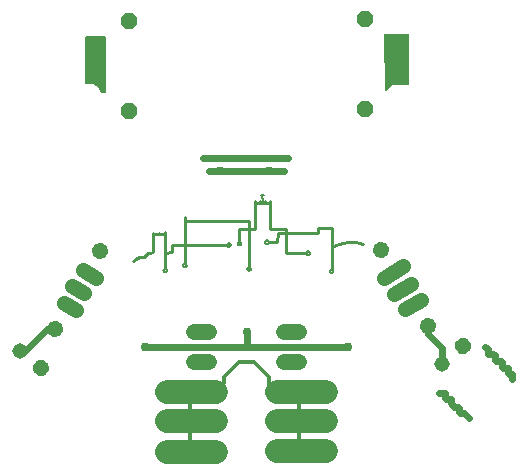
<source format=gtl>
G04 EAGLE Gerber X2 export*
G75*
%MOMM*%
%FSLAX34Y34*%
%LPD*%
%AMOC8*
5,1,8,0,0,1.08239X$1,22.5*%
G01*
%ADD10C,0.150000*%
%ADD11C,1.320800*%
%ADD12P,1.429621X8X292.500000*%
%ADD13C,1.308000*%
%ADD14P,1.415766X8X333.500000*%
%ADD15P,1.415766X8X253.500000*%
%ADD16P,1.429621X8X262.500000*%
%ADD17P,1.429621X8X324.500000*%
%ADD18C,0.127000*%
%ADD19C,0.230000*%
%ADD20C,0.240000*%
%ADD21C,2.000000*%
%ADD22C,0.304800*%
%ADD23C,1.270000*%
%ADD24C,0.609600*%
%ADD25C,0.756400*%
%ADD26C,0.152400*%

G36*
X318002Y445748D02*
X318002Y445748D01*
X318068Y445747D01*
X318142Y445768D01*
X318219Y445779D01*
X318279Y445806D01*
X318342Y445824D01*
X318408Y445864D01*
X318478Y445896D01*
X318528Y445939D01*
X318584Y445973D01*
X318636Y446030D01*
X318694Y446080D01*
X318724Y446128D01*
X318775Y446184D01*
X318831Y446299D01*
X318872Y446365D01*
X319001Y446677D01*
X321323Y448999D01*
X324358Y450256D01*
X336729Y450256D01*
X336787Y450264D01*
X336845Y450262D01*
X336927Y450284D01*
X337011Y450296D01*
X337064Y450319D01*
X337120Y450334D01*
X337193Y450377D01*
X337270Y450412D01*
X337315Y450450D01*
X337365Y450479D01*
X337423Y450541D01*
X337487Y450595D01*
X337519Y450644D01*
X337559Y450687D01*
X337598Y450762D01*
X337645Y450832D01*
X337662Y450888D01*
X337689Y450940D01*
X337700Y451008D01*
X337730Y451103D01*
X337733Y451203D01*
X337744Y451271D01*
X337744Y492729D01*
X337736Y492787D01*
X337738Y492845D01*
X337716Y492927D01*
X337704Y493011D01*
X337681Y493064D01*
X337666Y493120D01*
X337623Y493193D01*
X337588Y493270D01*
X337550Y493315D01*
X337521Y493365D01*
X337459Y493423D01*
X337405Y493487D01*
X337356Y493519D01*
X337313Y493559D01*
X337238Y493598D01*
X337168Y493645D01*
X337112Y493662D01*
X337060Y493689D01*
X336992Y493700D01*
X336897Y493730D01*
X336797Y493733D01*
X336729Y493744D01*
X317280Y493744D01*
X317278Y493745D01*
X317259Y493745D01*
X317241Y493750D01*
X317117Y493746D01*
X316993Y493747D01*
X316975Y493742D01*
X316957Y493742D01*
X316839Y493704D01*
X316720Y493671D01*
X316704Y493661D01*
X316686Y493655D01*
X316583Y493586D01*
X316478Y493521D01*
X316465Y493507D01*
X316450Y493497D01*
X316370Y493402D01*
X316287Y493310D01*
X316279Y493294D01*
X316267Y493279D01*
X316216Y493166D01*
X316162Y493055D01*
X316159Y493038D01*
X316151Y493020D01*
X316112Y492738D01*
X316113Y492730D01*
X316112Y492723D01*
X316919Y446736D01*
X316931Y446660D01*
X316933Y446583D01*
X316953Y446520D01*
X316964Y446455D01*
X316997Y446385D01*
X317020Y446312D01*
X317057Y446257D01*
X317085Y446198D01*
X317135Y446140D01*
X317178Y446076D01*
X317229Y446033D01*
X317272Y445984D01*
X317337Y445942D01*
X317396Y445893D01*
X317456Y445866D01*
X317511Y445831D01*
X317585Y445809D01*
X317656Y445777D01*
X317721Y445768D01*
X317784Y445750D01*
X317861Y445749D01*
X317937Y445738D01*
X318002Y445748D01*
G37*
G36*
X80058Y443993D02*
X80058Y443993D01*
X80116Y443991D01*
X80198Y444013D01*
X80282Y444025D01*
X80335Y444049D01*
X80391Y444063D01*
X80464Y444106D01*
X80541Y444141D01*
X80586Y444179D01*
X80636Y444209D01*
X80694Y444270D01*
X80758Y444325D01*
X80790Y444373D01*
X80830Y444416D01*
X80869Y444491D01*
X80916Y444561D01*
X80933Y444617D01*
X80960Y444669D01*
X80971Y444737D01*
X81001Y444832D01*
X81004Y444932D01*
X81015Y445000D01*
X81015Y490729D01*
X81008Y490780D01*
X81009Y490803D01*
X81008Y490806D01*
X81009Y490845D01*
X80987Y490927D01*
X80975Y491011D01*
X80952Y491064D01*
X80937Y491120D01*
X80894Y491193D01*
X80859Y491270D01*
X80821Y491315D01*
X80792Y491365D01*
X80730Y491423D01*
X80676Y491487D01*
X80627Y491519D01*
X80584Y491559D01*
X80509Y491598D01*
X80439Y491645D01*
X80383Y491662D01*
X80331Y491689D01*
X80263Y491700D01*
X80168Y491730D01*
X80068Y491733D01*
X80000Y491744D01*
X64271Y491744D01*
X64213Y491736D01*
X64155Y491738D01*
X64073Y491716D01*
X63989Y491704D01*
X63936Y491681D01*
X63880Y491666D01*
X63807Y491623D01*
X63730Y491588D01*
X63685Y491550D01*
X63635Y491521D01*
X63577Y491459D01*
X63513Y491405D01*
X63481Y491356D01*
X63441Y491313D01*
X63402Y491238D01*
X63355Y491168D01*
X63338Y491112D01*
X63311Y491060D01*
X63300Y490992D01*
X63270Y490897D01*
X63267Y490797D01*
X63256Y490729D01*
X63256Y452271D01*
X63264Y452213D01*
X63262Y452155D01*
X63284Y452073D01*
X63296Y451989D01*
X63319Y451936D01*
X63334Y451880D01*
X63377Y451807D01*
X63412Y451730D01*
X63450Y451685D01*
X63479Y451635D01*
X63541Y451577D01*
X63595Y451513D01*
X63644Y451481D01*
X63687Y451441D01*
X63762Y451402D01*
X63832Y451355D01*
X63888Y451338D01*
X63940Y451311D01*
X64008Y451300D01*
X64103Y451270D01*
X64203Y451267D01*
X64271Y451256D01*
X69642Y451256D01*
X72677Y449999D01*
X74999Y447677D01*
X76268Y444611D01*
X76269Y444610D01*
X76270Y444609D01*
X76340Y444491D01*
X76413Y444367D01*
X76414Y444366D01*
X76415Y444364D01*
X76519Y444267D01*
X76620Y444172D01*
X76621Y444171D01*
X76622Y444170D01*
X76748Y444105D01*
X76872Y444041D01*
X76874Y444041D01*
X76875Y444040D01*
X76890Y444038D01*
X77151Y443986D01*
X77182Y443989D01*
X77206Y443985D01*
X80000Y443985D01*
X80058Y443993D01*
G37*
D10*
X129613Y293800D02*
X129615Y293877D01*
X129621Y293953D01*
X129631Y294029D01*
X129644Y294104D01*
X129662Y294179D01*
X129683Y294252D01*
X129709Y294325D01*
X129737Y294395D01*
X129770Y294465D01*
X129806Y294532D01*
X129845Y294598D01*
X129888Y294662D01*
X129934Y294723D01*
X129983Y294782D01*
X130035Y294838D01*
X130090Y294891D01*
X130147Y294942D01*
X130207Y294989D01*
X130270Y295034D01*
X130335Y295075D01*
X130401Y295113D01*
X130470Y295147D01*
X130540Y295177D01*
X130611Y295204D01*
X130684Y295228D01*
X130758Y295247D01*
X130833Y295263D01*
X130909Y295275D01*
X130985Y295283D01*
X131062Y295287D01*
X131138Y295287D01*
X131215Y295283D01*
X131291Y295275D01*
X131367Y295263D01*
X131442Y295247D01*
X131516Y295228D01*
X131589Y295204D01*
X131660Y295177D01*
X131730Y295147D01*
X131799Y295113D01*
X131865Y295075D01*
X131930Y295034D01*
X131993Y294989D01*
X132053Y294942D01*
X132110Y294891D01*
X132165Y294838D01*
X132217Y294782D01*
X132266Y294723D01*
X132312Y294662D01*
X132355Y294598D01*
X132394Y294532D01*
X132430Y294465D01*
X132463Y294395D01*
X132491Y294325D01*
X132517Y294252D01*
X132538Y294179D01*
X132556Y294104D01*
X132569Y294029D01*
X132579Y293953D01*
X132585Y293877D01*
X132587Y293800D01*
X132585Y293723D01*
X132579Y293647D01*
X132569Y293571D01*
X132556Y293496D01*
X132538Y293421D01*
X132517Y293348D01*
X132491Y293275D01*
X132463Y293205D01*
X132430Y293135D01*
X132394Y293068D01*
X132355Y293002D01*
X132312Y292938D01*
X132266Y292877D01*
X132217Y292818D01*
X132165Y292762D01*
X132110Y292709D01*
X132053Y292658D01*
X131993Y292611D01*
X131930Y292566D01*
X131865Y292525D01*
X131799Y292487D01*
X131730Y292453D01*
X131660Y292423D01*
X131589Y292396D01*
X131516Y292372D01*
X131442Y292353D01*
X131367Y292337D01*
X131291Y292325D01*
X131215Y292317D01*
X131138Y292313D01*
X131062Y292313D01*
X130985Y292317D01*
X130909Y292325D01*
X130833Y292337D01*
X130758Y292353D01*
X130684Y292372D01*
X130611Y292396D01*
X130540Y292423D01*
X130470Y292453D01*
X130401Y292487D01*
X130335Y292525D01*
X130270Y292566D01*
X130207Y292611D01*
X130147Y292658D01*
X130090Y292709D01*
X130035Y292762D01*
X129983Y292818D01*
X129934Y292877D01*
X129888Y292938D01*
X129845Y293002D01*
X129806Y293068D01*
X129770Y293135D01*
X129737Y293205D01*
X129709Y293275D01*
X129683Y293348D01*
X129662Y293421D01*
X129644Y293496D01*
X129631Y293571D01*
X129621Y293647D01*
X129615Y293723D01*
X129613Y293800D01*
X146213Y298100D02*
X146215Y298177D01*
X146221Y298253D01*
X146231Y298329D01*
X146244Y298404D01*
X146262Y298479D01*
X146283Y298552D01*
X146309Y298625D01*
X146337Y298695D01*
X146370Y298765D01*
X146406Y298832D01*
X146445Y298898D01*
X146488Y298962D01*
X146534Y299023D01*
X146583Y299082D01*
X146635Y299138D01*
X146690Y299191D01*
X146747Y299242D01*
X146807Y299289D01*
X146870Y299334D01*
X146935Y299375D01*
X147001Y299413D01*
X147070Y299447D01*
X147140Y299477D01*
X147211Y299504D01*
X147284Y299528D01*
X147358Y299547D01*
X147433Y299563D01*
X147509Y299575D01*
X147585Y299583D01*
X147662Y299587D01*
X147738Y299587D01*
X147815Y299583D01*
X147891Y299575D01*
X147967Y299563D01*
X148042Y299547D01*
X148116Y299528D01*
X148189Y299504D01*
X148260Y299477D01*
X148330Y299447D01*
X148399Y299413D01*
X148465Y299375D01*
X148530Y299334D01*
X148593Y299289D01*
X148653Y299242D01*
X148710Y299191D01*
X148765Y299138D01*
X148817Y299082D01*
X148866Y299023D01*
X148912Y298962D01*
X148955Y298898D01*
X148994Y298832D01*
X149030Y298765D01*
X149063Y298695D01*
X149091Y298625D01*
X149117Y298552D01*
X149138Y298479D01*
X149156Y298404D01*
X149169Y298329D01*
X149179Y298253D01*
X149185Y298177D01*
X149187Y298100D01*
X149185Y298023D01*
X149179Y297947D01*
X149169Y297871D01*
X149156Y297796D01*
X149138Y297721D01*
X149117Y297648D01*
X149091Y297575D01*
X149063Y297505D01*
X149030Y297435D01*
X148994Y297368D01*
X148955Y297302D01*
X148912Y297238D01*
X148866Y297177D01*
X148817Y297118D01*
X148765Y297062D01*
X148710Y297009D01*
X148653Y296958D01*
X148593Y296911D01*
X148530Y296866D01*
X148465Y296825D01*
X148399Y296787D01*
X148330Y296753D01*
X148260Y296723D01*
X148189Y296696D01*
X148116Y296672D01*
X148042Y296653D01*
X147967Y296637D01*
X147891Y296625D01*
X147815Y296617D01*
X147738Y296613D01*
X147662Y296613D01*
X147585Y296617D01*
X147509Y296625D01*
X147433Y296637D01*
X147358Y296653D01*
X147284Y296672D01*
X147211Y296696D01*
X147140Y296723D01*
X147070Y296753D01*
X147001Y296787D01*
X146935Y296825D01*
X146870Y296866D01*
X146807Y296911D01*
X146747Y296958D01*
X146690Y297009D01*
X146635Y297062D01*
X146583Y297118D01*
X146534Y297177D01*
X146488Y297238D01*
X146445Y297302D01*
X146406Y297368D01*
X146370Y297435D01*
X146337Y297505D01*
X146309Y297575D01*
X146283Y297648D01*
X146262Y297721D01*
X146244Y297796D01*
X146231Y297871D01*
X146221Y297947D01*
X146215Y298023D01*
X146213Y298100D01*
X183413Y315300D02*
X183415Y315377D01*
X183421Y315453D01*
X183431Y315529D01*
X183444Y315604D01*
X183462Y315679D01*
X183483Y315752D01*
X183509Y315825D01*
X183537Y315895D01*
X183570Y315965D01*
X183606Y316032D01*
X183645Y316098D01*
X183688Y316162D01*
X183734Y316223D01*
X183783Y316282D01*
X183835Y316338D01*
X183890Y316391D01*
X183947Y316442D01*
X184007Y316489D01*
X184070Y316534D01*
X184135Y316575D01*
X184201Y316613D01*
X184270Y316647D01*
X184340Y316677D01*
X184411Y316704D01*
X184484Y316728D01*
X184558Y316747D01*
X184633Y316763D01*
X184709Y316775D01*
X184785Y316783D01*
X184862Y316787D01*
X184938Y316787D01*
X185015Y316783D01*
X185091Y316775D01*
X185167Y316763D01*
X185242Y316747D01*
X185316Y316728D01*
X185389Y316704D01*
X185460Y316677D01*
X185530Y316647D01*
X185599Y316613D01*
X185665Y316575D01*
X185730Y316534D01*
X185793Y316489D01*
X185853Y316442D01*
X185910Y316391D01*
X185965Y316338D01*
X186017Y316282D01*
X186066Y316223D01*
X186112Y316162D01*
X186155Y316098D01*
X186194Y316032D01*
X186230Y315965D01*
X186263Y315895D01*
X186291Y315825D01*
X186317Y315752D01*
X186338Y315679D01*
X186356Y315604D01*
X186369Y315529D01*
X186379Y315453D01*
X186385Y315377D01*
X186387Y315300D01*
X186385Y315223D01*
X186379Y315147D01*
X186369Y315071D01*
X186356Y314996D01*
X186338Y314921D01*
X186317Y314848D01*
X186291Y314775D01*
X186263Y314705D01*
X186230Y314635D01*
X186194Y314568D01*
X186155Y314502D01*
X186112Y314438D01*
X186066Y314377D01*
X186017Y314318D01*
X185965Y314262D01*
X185910Y314209D01*
X185853Y314158D01*
X185793Y314111D01*
X185730Y314066D01*
X185665Y314025D01*
X185599Y313987D01*
X185530Y313953D01*
X185460Y313923D01*
X185389Y313896D01*
X185316Y313872D01*
X185242Y313853D01*
X185167Y313837D01*
X185091Y313825D01*
X185015Y313817D01*
X184938Y313813D01*
X184862Y313813D01*
X184785Y313817D01*
X184709Y313825D01*
X184633Y313837D01*
X184558Y313853D01*
X184484Y313872D01*
X184411Y313896D01*
X184340Y313923D01*
X184270Y313953D01*
X184201Y313987D01*
X184135Y314025D01*
X184070Y314066D01*
X184007Y314111D01*
X183947Y314158D01*
X183890Y314209D01*
X183835Y314262D01*
X183783Y314318D01*
X183734Y314377D01*
X183688Y314438D01*
X183645Y314502D01*
X183606Y314568D01*
X183570Y314635D01*
X183537Y314705D01*
X183509Y314775D01*
X183483Y314848D01*
X183462Y314921D01*
X183444Y314996D01*
X183431Y315071D01*
X183421Y315147D01*
X183415Y315223D01*
X183413Y315300D01*
X192513Y316400D02*
X192515Y316477D01*
X192521Y316553D01*
X192531Y316629D01*
X192544Y316704D01*
X192562Y316779D01*
X192583Y316852D01*
X192609Y316925D01*
X192637Y316995D01*
X192670Y317065D01*
X192706Y317132D01*
X192745Y317198D01*
X192788Y317262D01*
X192834Y317323D01*
X192883Y317382D01*
X192935Y317438D01*
X192990Y317491D01*
X193047Y317542D01*
X193107Y317589D01*
X193170Y317634D01*
X193235Y317675D01*
X193301Y317713D01*
X193370Y317747D01*
X193440Y317777D01*
X193511Y317804D01*
X193584Y317828D01*
X193658Y317847D01*
X193733Y317863D01*
X193809Y317875D01*
X193885Y317883D01*
X193962Y317887D01*
X194038Y317887D01*
X194115Y317883D01*
X194191Y317875D01*
X194267Y317863D01*
X194342Y317847D01*
X194416Y317828D01*
X194489Y317804D01*
X194560Y317777D01*
X194630Y317747D01*
X194699Y317713D01*
X194765Y317675D01*
X194830Y317634D01*
X194893Y317589D01*
X194953Y317542D01*
X195010Y317491D01*
X195065Y317438D01*
X195117Y317382D01*
X195166Y317323D01*
X195212Y317262D01*
X195255Y317198D01*
X195294Y317132D01*
X195330Y317065D01*
X195363Y316995D01*
X195391Y316925D01*
X195417Y316852D01*
X195438Y316779D01*
X195456Y316704D01*
X195469Y316629D01*
X195479Y316553D01*
X195485Y316477D01*
X195487Y316400D01*
X195485Y316323D01*
X195479Y316247D01*
X195469Y316171D01*
X195456Y316096D01*
X195438Y316021D01*
X195417Y315948D01*
X195391Y315875D01*
X195363Y315805D01*
X195330Y315735D01*
X195294Y315668D01*
X195255Y315602D01*
X195212Y315538D01*
X195166Y315477D01*
X195117Y315418D01*
X195065Y315362D01*
X195010Y315309D01*
X194953Y315258D01*
X194893Y315211D01*
X194830Y315166D01*
X194765Y315125D01*
X194699Y315087D01*
X194630Y315053D01*
X194560Y315023D01*
X194489Y314996D01*
X194416Y314972D01*
X194342Y314953D01*
X194267Y314937D01*
X194191Y314925D01*
X194115Y314917D01*
X194038Y314913D01*
X193962Y314913D01*
X193885Y314917D01*
X193809Y314925D01*
X193733Y314937D01*
X193658Y314953D01*
X193584Y314972D01*
X193511Y314996D01*
X193440Y315023D01*
X193370Y315053D01*
X193301Y315087D01*
X193235Y315125D01*
X193170Y315166D01*
X193107Y315211D01*
X193047Y315258D01*
X192990Y315309D01*
X192935Y315362D01*
X192883Y315418D01*
X192834Y315477D01*
X192788Y315538D01*
X192745Y315602D01*
X192706Y315668D01*
X192670Y315735D01*
X192637Y315805D01*
X192609Y315875D01*
X192583Y315948D01*
X192562Y316021D01*
X192544Y316096D01*
X192531Y316171D01*
X192521Y316247D01*
X192515Y316323D01*
X192513Y316400D01*
X200613Y295000D02*
X200615Y295077D01*
X200621Y295153D01*
X200631Y295229D01*
X200644Y295304D01*
X200662Y295379D01*
X200683Y295452D01*
X200709Y295525D01*
X200737Y295595D01*
X200770Y295665D01*
X200806Y295732D01*
X200845Y295798D01*
X200888Y295862D01*
X200934Y295923D01*
X200983Y295982D01*
X201035Y296038D01*
X201090Y296091D01*
X201147Y296142D01*
X201207Y296189D01*
X201270Y296234D01*
X201335Y296275D01*
X201401Y296313D01*
X201470Y296347D01*
X201540Y296377D01*
X201611Y296404D01*
X201684Y296428D01*
X201758Y296447D01*
X201833Y296463D01*
X201909Y296475D01*
X201985Y296483D01*
X202062Y296487D01*
X202138Y296487D01*
X202215Y296483D01*
X202291Y296475D01*
X202367Y296463D01*
X202442Y296447D01*
X202516Y296428D01*
X202589Y296404D01*
X202660Y296377D01*
X202730Y296347D01*
X202799Y296313D01*
X202865Y296275D01*
X202930Y296234D01*
X202993Y296189D01*
X203053Y296142D01*
X203110Y296091D01*
X203165Y296038D01*
X203217Y295982D01*
X203266Y295923D01*
X203312Y295862D01*
X203355Y295798D01*
X203394Y295732D01*
X203430Y295665D01*
X203463Y295595D01*
X203491Y295525D01*
X203517Y295452D01*
X203538Y295379D01*
X203556Y295304D01*
X203569Y295229D01*
X203579Y295153D01*
X203585Y295077D01*
X203587Y295000D01*
X203585Y294923D01*
X203579Y294847D01*
X203569Y294771D01*
X203556Y294696D01*
X203538Y294621D01*
X203517Y294548D01*
X203491Y294475D01*
X203463Y294405D01*
X203430Y294335D01*
X203394Y294268D01*
X203355Y294202D01*
X203312Y294138D01*
X203266Y294077D01*
X203217Y294018D01*
X203165Y293962D01*
X203110Y293909D01*
X203053Y293858D01*
X202993Y293811D01*
X202930Y293766D01*
X202865Y293725D01*
X202799Y293687D01*
X202730Y293653D01*
X202660Y293623D01*
X202589Y293596D01*
X202516Y293572D01*
X202442Y293553D01*
X202367Y293537D01*
X202291Y293525D01*
X202215Y293517D01*
X202138Y293513D01*
X202062Y293513D01*
X201985Y293517D01*
X201909Y293525D01*
X201833Y293537D01*
X201758Y293553D01*
X201684Y293572D01*
X201611Y293596D01*
X201540Y293623D01*
X201470Y293653D01*
X201401Y293687D01*
X201335Y293725D01*
X201270Y293766D01*
X201207Y293811D01*
X201147Y293858D01*
X201090Y293909D01*
X201035Y293962D01*
X200983Y294018D01*
X200934Y294077D01*
X200888Y294138D01*
X200845Y294202D01*
X200806Y294268D01*
X200770Y294335D01*
X200737Y294405D01*
X200709Y294475D01*
X200683Y294548D01*
X200662Y294621D01*
X200644Y294696D01*
X200631Y294771D01*
X200621Y294847D01*
X200615Y294923D01*
X200613Y295000D01*
X215913Y317700D02*
X215915Y317777D01*
X215921Y317853D01*
X215931Y317929D01*
X215944Y318004D01*
X215962Y318079D01*
X215983Y318152D01*
X216009Y318225D01*
X216037Y318295D01*
X216070Y318365D01*
X216106Y318432D01*
X216145Y318498D01*
X216188Y318562D01*
X216234Y318623D01*
X216283Y318682D01*
X216335Y318738D01*
X216390Y318791D01*
X216447Y318842D01*
X216507Y318889D01*
X216570Y318934D01*
X216635Y318975D01*
X216701Y319013D01*
X216770Y319047D01*
X216840Y319077D01*
X216911Y319104D01*
X216984Y319128D01*
X217058Y319147D01*
X217133Y319163D01*
X217209Y319175D01*
X217285Y319183D01*
X217362Y319187D01*
X217438Y319187D01*
X217515Y319183D01*
X217591Y319175D01*
X217667Y319163D01*
X217742Y319147D01*
X217816Y319128D01*
X217889Y319104D01*
X217960Y319077D01*
X218030Y319047D01*
X218099Y319013D01*
X218165Y318975D01*
X218230Y318934D01*
X218293Y318889D01*
X218353Y318842D01*
X218410Y318791D01*
X218465Y318738D01*
X218517Y318682D01*
X218566Y318623D01*
X218612Y318562D01*
X218655Y318498D01*
X218694Y318432D01*
X218730Y318365D01*
X218763Y318295D01*
X218791Y318225D01*
X218817Y318152D01*
X218838Y318079D01*
X218856Y318004D01*
X218869Y317929D01*
X218879Y317853D01*
X218885Y317777D01*
X218887Y317700D01*
X218885Y317623D01*
X218879Y317547D01*
X218869Y317471D01*
X218856Y317396D01*
X218838Y317321D01*
X218817Y317248D01*
X218791Y317175D01*
X218763Y317105D01*
X218730Y317035D01*
X218694Y316968D01*
X218655Y316902D01*
X218612Y316838D01*
X218566Y316777D01*
X218517Y316718D01*
X218465Y316662D01*
X218410Y316609D01*
X218353Y316558D01*
X218293Y316511D01*
X218230Y316466D01*
X218165Y316425D01*
X218099Y316387D01*
X218030Y316353D01*
X217960Y316323D01*
X217889Y316296D01*
X217816Y316272D01*
X217742Y316253D01*
X217667Y316237D01*
X217591Y316225D01*
X217515Y316217D01*
X217438Y316213D01*
X217362Y316213D01*
X217285Y316217D01*
X217209Y316225D01*
X217133Y316237D01*
X217058Y316253D01*
X216984Y316272D01*
X216911Y316296D01*
X216840Y316323D01*
X216770Y316353D01*
X216701Y316387D01*
X216635Y316425D01*
X216570Y316466D01*
X216507Y316511D01*
X216447Y316558D01*
X216390Y316609D01*
X216335Y316662D01*
X216283Y316718D01*
X216234Y316777D01*
X216188Y316838D01*
X216145Y316902D01*
X216106Y316968D01*
X216070Y317035D01*
X216037Y317105D01*
X216009Y317175D01*
X215983Y317248D01*
X215962Y317321D01*
X215944Y317396D01*
X215931Y317471D01*
X215921Y317547D01*
X215915Y317623D01*
X215913Y317700D01*
X250613Y308400D02*
X250615Y308477D01*
X250621Y308553D01*
X250631Y308629D01*
X250644Y308704D01*
X250662Y308779D01*
X250683Y308852D01*
X250709Y308925D01*
X250737Y308995D01*
X250770Y309065D01*
X250806Y309132D01*
X250845Y309198D01*
X250888Y309262D01*
X250934Y309323D01*
X250983Y309382D01*
X251035Y309438D01*
X251090Y309491D01*
X251147Y309542D01*
X251207Y309589D01*
X251270Y309634D01*
X251335Y309675D01*
X251401Y309713D01*
X251470Y309747D01*
X251540Y309777D01*
X251611Y309804D01*
X251684Y309828D01*
X251758Y309847D01*
X251833Y309863D01*
X251909Y309875D01*
X251985Y309883D01*
X252062Y309887D01*
X252138Y309887D01*
X252215Y309883D01*
X252291Y309875D01*
X252367Y309863D01*
X252442Y309847D01*
X252516Y309828D01*
X252589Y309804D01*
X252660Y309777D01*
X252730Y309747D01*
X252799Y309713D01*
X252865Y309675D01*
X252930Y309634D01*
X252993Y309589D01*
X253053Y309542D01*
X253110Y309491D01*
X253165Y309438D01*
X253217Y309382D01*
X253266Y309323D01*
X253312Y309262D01*
X253355Y309198D01*
X253394Y309132D01*
X253430Y309065D01*
X253463Y308995D01*
X253491Y308925D01*
X253517Y308852D01*
X253538Y308779D01*
X253556Y308704D01*
X253569Y308629D01*
X253579Y308553D01*
X253585Y308477D01*
X253587Y308400D01*
X253585Y308323D01*
X253579Y308247D01*
X253569Y308171D01*
X253556Y308096D01*
X253538Y308021D01*
X253517Y307948D01*
X253491Y307875D01*
X253463Y307805D01*
X253430Y307735D01*
X253394Y307668D01*
X253355Y307602D01*
X253312Y307538D01*
X253266Y307477D01*
X253217Y307418D01*
X253165Y307362D01*
X253110Y307309D01*
X253053Y307258D01*
X252993Y307211D01*
X252930Y307166D01*
X252865Y307125D01*
X252799Y307087D01*
X252730Y307053D01*
X252660Y307023D01*
X252589Y306996D01*
X252516Y306972D01*
X252442Y306953D01*
X252367Y306937D01*
X252291Y306925D01*
X252215Y306917D01*
X252138Y306913D01*
X252062Y306913D01*
X251985Y306917D01*
X251909Y306925D01*
X251833Y306937D01*
X251758Y306953D01*
X251684Y306972D01*
X251611Y306996D01*
X251540Y307023D01*
X251470Y307053D01*
X251401Y307087D01*
X251335Y307125D01*
X251270Y307166D01*
X251207Y307211D01*
X251147Y307258D01*
X251090Y307309D01*
X251035Y307362D01*
X250983Y307418D01*
X250934Y307477D01*
X250888Y307538D01*
X250845Y307602D01*
X250806Y307668D01*
X250770Y307735D01*
X250737Y307805D01*
X250709Y307875D01*
X250683Y307948D01*
X250662Y308021D01*
X250644Y308096D01*
X250631Y308171D01*
X250621Y308247D01*
X250615Y308323D01*
X250613Y308400D01*
X270413Y293100D02*
X270415Y293177D01*
X270421Y293253D01*
X270431Y293329D01*
X270444Y293404D01*
X270462Y293479D01*
X270483Y293552D01*
X270509Y293625D01*
X270537Y293695D01*
X270570Y293765D01*
X270606Y293832D01*
X270645Y293898D01*
X270688Y293962D01*
X270734Y294023D01*
X270783Y294082D01*
X270835Y294138D01*
X270890Y294191D01*
X270947Y294242D01*
X271007Y294289D01*
X271070Y294334D01*
X271135Y294375D01*
X271201Y294413D01*
X271270Y294447D01*
X271340Y294477D01*
X271411Y294504D01*
X271484Y294528D01*
X271558Y294547D01*
X271633Y294563D01*
X271709Y294575D01*
X271785Y294583D01*
X271862Y294587D01*
X271938Y294587D01*
X272015Y294583D01*
X272091Y294575D01*
X272167Y294563D01*
X272242Y294547D01*
X272316Y294528D01*
X272389Y294504D01*
X272460Y294477D01*
X272530Y294447D01*
X272599Y294413D01*
X272665Y294375D01*
X272730Y294334D01*
X272793Y294289D01*
X272853Y294242D01*
X272910Y294191D01*
X272965Y294138D01*
X273017Y294082D01*
X273066Y294023D01*
X273112Y293962D01*
X273155Y293898D01*
X273194Y293832D01*
X273230Y293765D01*
X273263Y293695D01*
X273291Y293625D01*
X273317Y293552D01*
X273338Y293479D01*
X273356Y293404D01*
X273369Y293329D01*
X273379Y293253D01*
X273385Y293177D01*
X273387Y293100D01*
X273385Y293023D01*
X273379Y292947D01*
X273369Y292871D01*
X273356Y292796D01*
X273338Y292721D01*
X273317Y292648D01*
X273291Y292575D01*
X273263Y292505D01*
X273230Y292435D01*
X273194Y292368D01*
X273155Y292302D01*
X273112Y292238D01*
X273066Y292177D01*
X273017Y292118D01*
X272965Y292062D01*
X272910Y292009D01*
X272853Y291958D01*
X272793Y291911D01*
X272730Y291866D01*
X272665Y291825D01*
X272599Y291787D01*
X272530Y291753D01*
X272460Y291723D01*
X272389Y291696D01*
X272316Y291672D01*
X272242Y291653D01*
X272167Y291637D01*
X272091Y291625D01*
X272015Y291617D01*
X271938Y291613D01*
X271862Y291613D01*
X271785Y291617D01*
X271709Y291625D01*
X271633Y291637D01*
X271558Y291653D01*
X271484Y291672D01*
X271411Y291696D01*
X271340Y291723D01*
X271270Y291753D01*
X271201Y291787D01*
X271135Y291825D01*
X271070Y291866D01*
X271007Y291911D01*
X270947Y291958D01*
X270890Y292009D01*
X270835Y292062D01*
X270783Y292118D01*
X270734Y292177D01*
X270688Y292238D01*
X270645Y292302D01*
X270606Y292368D01*
X270570Y292435D01*
X270537Y292505D01*
X270509Y292575D01*
X270483Y292648D01*
X270462Y292721D01*
X270444Y292796D01*
X270431Y292871D01*
X270421Y292947D01*
X270415Y293023D01*
X270413Y293100D01*
D11*
X244729Y215900D02*
X231521Y215900D01*
X231521Y241300D02*
X244729Y241300D01*
X168529Y241300D02*
X155321Y241300D01*
X155321Y215900D02*
X168529Y215900D01*
D12*
X100013Y504825D03*
X100013Y428625D03*
X300038Y506413D03*
X300038Y430213D03*
D13*
X365581Y214159D03*
D14*
X382940Y229249D03*
D13*
X8405Y225489D03*
D15*
X26280Y211015D03*
D16*
X76200Y309646D03*
X38100Y243655D03*
D17*
X313425Y310925D03*
X353805Y246303D03*
D18*
X214400Y357100D02*
X212300Y357100D01*
X213400Y358100D02*
X213500Y350300D01*
D19*
X271900Y329500D02*
X271900Y295000D01*
X271900Y329500D02*
X260800Y329500D01*
X260400Y325500D01*
X226100Y318000D02*
X219100Y317800D01*
X226100Y318000D02*
X226200Y325000D01*
X260400Y325500D01*
X147600Y338800D02*
X147600Y299600D01*
X202100Y297000D02*
X202100Y335600D01*
X147900Y335400D01*
D20*
X105600Y302800D02*
X104000Y301300D01*
X105601Y302800D02*
X105745Y302932D01*
X105893Y303061D01*
X106043Y303186D01*
X106196Y303308D01*
X106353Y303426D01*
X106512Y303540D01*
X106673Y303651D01*
X106838Y303758D01*
X107004Y303860D01*
X107174Y303959D01*
X107345Y304054D01*
X107518Y304144D01*
X107694Y304231D01*
X107872Y304313D01*
X108051Y304392D01*
X108233Y304465D01*
X108416Y304535D01*
X108600Y304600D01*
X110800Y304900D01*
X113200Y305000D01*
X131200Y296300D02*
X130600Y326300D01*
X130600Y324300D01*
X114200Y306200D02*
X113200Y305000D01*
X114200Y306200D02*
X115300Y307300D01*
X125700Y324500D02*
X130600Y324300D01*
X125700Y324500D02*
X125700Y325700D01*
X116700Y308200D02*
X115300Y307300D01*
X116700Y308200D02*
X118500Y308700D01*
X125800Y324500D02*
X125700Y325700D01*
X120800Y325700D02*
X120800Y324300D01*
X125800Y324500D01*
X120500Y308900D02*
X118500Y308700D01*
X120500Y308900D02*
X120800Y308900D01*
X120800Y324300D01*
D19*
X136500Y315300D02*
X183100Y315300D01*
X136500Y315300D02*
X136600Y309000D01*
X130800Y308600D01*
X193900Y318000D02*
X193900Y328800D01*
X207100Y328900D01*
X207000Y352000D01*
X207000Y350300D01*
X211300Y350400D01*
X211200Y352200D01*
X211300Y350400D02*
X215800Y350400D01*
X215900Y350400D01*
X215800Y352200D01*
X215800Y350400D01*
X220100Y350500D01*
X220000Y352000D01*
X220200Y328800D01*
X233100Y328800D01*
X233100Y308600D01*
X250100Y308400D01*
X272100Y313200D02*
X275700Y314800D01*
X278200Y315800D01*
X281700Y316700D01*
X285500Y317300D01*
X289700Y317500D01*
X292800Y317400D01*
X295500Y316900D01*
X298300Y315900D01*
D21*
X267000Y191000D02*
X226000Y191000D01*
X152400Y166000D02*
X133000Y166000D01*
X152400Y166000D02*
X174000Y166000D01*
X152400Y140000D02*
X133000Y140000D01*
X152400Y140000D02*
X174000Y140000D01*
X174000Y191000D02*
X133000Y191000D01*
X226000Y166000D02*
X244475Y166000D01*
X267000Y166000D01*
X244475Y141000D02*
X226000Y141000D01*
X244475Y141000D02*
X267000Y141000D01*
D22*
X139700Y184300D02*
X133000Y191000D01*
X139700Y184300D02*
X139700Y184150D01*
X152400Y184150D01*
X152400Y166000D01*
X133350Y165650D02*
X133000Y166000D01*
X133350Y165650D02*
X133350Y161925D01*
X152400Y161925D01*
X152400Y140000D01*
X226000Y191000D02*
X228600Y188400D01*
X228600Y187325D01*
X244475Y187325D01*
X244475Y166000D01*
X228600Y163400D02*
X226000Y166000D01*
X228600Y163400D02*
X228600Y161925D01*
X244475Y161925D01*
X244475Y141000D01*
X180975Y197975D02*
X174000Y191000D01*
X180975Y197975D02*
X180975Y203200D01*
X193675Y215900D01*
X219075Y203200D02*
X219075Y190500D01*
X225500Y190500D01*
X226000Y191000D01*
X206375Y215900D02*
X193675Y215900D01*
X206375Y215900D02*
X219075Y203200D01*
D23*
X72413Y287238D02*
X61413Y294238D01*
X52413Y280825D02*
X62413Y274825D01*
X55413Y259825D02*
X45413Y265825D01*
X334000Y261000D02*
X347588Y268413D01*
X339588Y282413D02*
X325000Y274000D01*
X316000Y287000D02*
X332588Y297413D01*
D24*
X235000Y389000D02*
X163000Y389000D01*
D25*
X114300Y228600D03*
D24*
X200025Y228600D01*
D25*
X285750Y228600D03*
D24*
X200025Y228600D01*
X200025Y241300D01*
D25*
X200025Y241300D03*
X177800Y377825D03*
X219075Y377825D03*
D24*
X177800Y377825D02*
X168275Y377825D01*
X177800Y377825D02*
X219075Y377825D01*
X231775Y377825D01*
X38100Y243655D02*
X30930Y243655D01*
X12764Y225489D02*
X8405Y225489D01*
X12764Y225489D02*
X30930Y243655D01*
D26*
X38100Y243655D02*
X38100Y243840D01*
D24*
X365581Y228144D02*
X365581Y214159D01*
X353805Y239920D02*
X353805Y246303D01*
X353805Y239920D02*
X365581Y228144D01*
X402000Y229000D02*
X404000Y227000D01*
X404000Y223000D01*
X409000Y223000D01*
X410000Y222000D01*
X410000Y218000D01*
X411000Y217000D01*
X415000Y217000D01*
X416000Y216000D01*
X416000Y212000D01*
X417000Y211000D01*
X421000Y211000D01*
X421000Y207000D01*
X422000Y206000D01*
X425000Y206000D01*
X425000Y202000D01*
X368000Y190000D02*
X363000Y190000D01*
X368000Y190000D02*
X368000Y186000D01*
X369000Y185000D01*
X373000Y185000D01*
X373000Y181000D01*
X376000Y178000D01*
X379000Y178000D01*
X380000Y177000D01*
X380000Y174000D01*
X381000Y173000D01*
X384000Y173000D01*
X388000Y169000D01*
M02*

</source>
